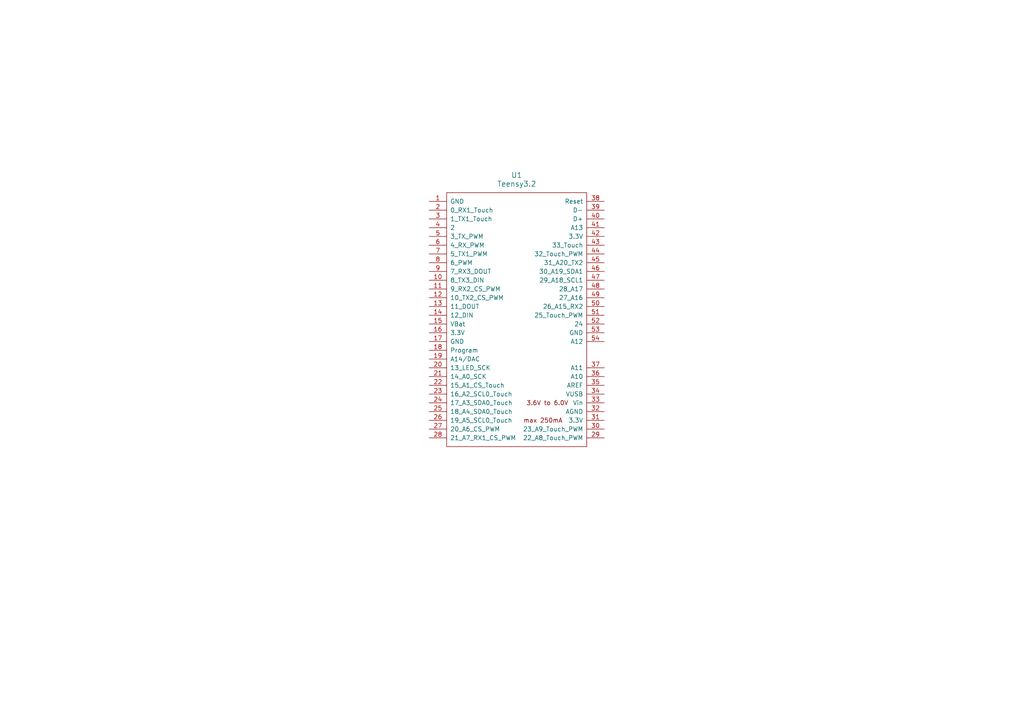
<source format=kicad_sch>
(kicad_sch (version 20250114) (generator "eeschema") (generator_version "9.0")
  (paper "A4")
  (lib_symbols
    (symbol "teensy:Teensy3.2" (pin_names (offset 1.016))
      (property "Reference" "U" (at 0 39.37 0))
      (property "Value" "Teensy3.2" (at 0 -39.37 0))
      (symbol "Teensy3.2_0_0"
        (text "max 250mA" (at 7.62 -29.21 0) (effects (font (size 1.27 1.27))))
        (text "3.6V to 6.0V" (at 8.89 -24.13 0) (effects (font (size 1.27 1.27))))
      )
      (symbol "Teensy3.2_0_1"
        (rectangle (start -20.32 -36.83) (end 20.32 36.83))
      )
      (symbol "Teensy3.2_1_1"
        (pin power_in line (at -25.4 34.29 0) (length 5.08) (name "GND") (number "1"))
        (pin bidirectional line (at -25.4 31.75 0) (length 5.08) (name "0_RX1_Touch") (number "2"))
        (pin bidirectional line (at -25.4 29.21 0) (length 5.08) (name "1_TX1_Touch") (number "3"))
        (pin bidirectional line (at -25.4 26.67 0) (length 5.08) (name "2") (number "4"))
        (pin bidirectional line (at -25.4 24.13 0) (length 5.08) (name "3_TX_PWM") (number "5"))
        (pin bidirectional line (at -25.4 21.59 0) (length 5.08) (name "4_RX_PWM") (number "6"))
        (pin bidirectional line (at -25.4 19.05 0) (length 5.08) (name "5_TX1_PWM") (number "7"))
        (pin bidirectional line (at -25.4 16.51 0) (length 5.08) (name "6_PWM") (number "8"))
        (pin bidirectional line (at -25.4 13.97 0) (length 5.08) (name "7_RX3_DOUT") (number "9"))
        (pin bidirectional line (at -25.4 11.43 0) (length 5.08) (name "8_TX3_DIN") (number "10"))
        (pin bidirectional line (at -25.4 8.89 0) (length 5.08) (name "9_RX2_CS_PWM") (number "11"))
        (pin bidirectional line (at -25.4 6.35 0) (length 5.08) (name "10_TX2_CS_PWM") (number "12"))
        (pin bidirectional line (at -25.4 3.81 0) (length 5.08) (name "11_DOUT") (number "13"))
        (pin bidirectional line (at -25.4 1.27 0) (length 5.08) (name "12_DIN") (number "14"))
        (pin power_in line (at -25.4 -1.27 0) (length 5.08) (name "VBat") (number "15"))
        (pin power_out line (at -25.4 -3.81 0) (length 5.08) (name "3.3V") (number "16"))
        (pin power_in line (at -25.4 -6.35 0) (length 5.08) (name "GND") (number "17"))
        (pin input line (at -25.4 -8.89 0) (length 5.08) (name "Program") (number "18"))
        (pin bidirectional line (at -25.4 -11.43 0) (length 5.08) (name "A14/DAC") (number "19"))
        (pin bidirectional line (at -25.4 -13.97 0) (length 5.08) (name "13_LED_SCK") (number "20"))
        (pin bidirectional line (at -25.4 -16.51 0) (length 5.08) (name "14_A0_SCK") (number "21"))
        (pin bidirectional line (at -25.4 -19.05 0) (length 5.08) (name "15_A1_CS_Touch") (number "22"))
        (pin bidirectional line (at -25.4 -21.59 0) (length 5.08) (name "16_A2_SCL0_Touch") (number "23"))
        (pin bidirectional line (at -25.4 -24.13 0) (length 5.08) (name "17_A3_SDA0_Touch") (number "24"))
        (pin bidirectional line (at -25.4 -26.67 0) (length 5.08) (name "18_A4_SDA0_Touch") (number "25"))
        (pin bidirectional line (at -25.4 -29.21 0) (length 5.08) (name "19_A5_SCL0_Touch") (number "26"))
        (pin bidirectional line (at -25.4 -31.75 0) (length 5.08) (name "20_A6_CS_PWM") (number "27"))
        (pin bidirectional line (at -25.4 -34.29 0) (length 5.08) (name "21_A7_RX1_CS_PWM") (number "28"))
        (pin input line (at 25.4 34.29 180) (length 5.08) (name "Reset") (number "38"))
        (pin bidirectional line (at 25.4 31.75 180) (length 5.08) (name "D-") (number "39"))
        (pin bidirectional line (at 25.4 29.21 180) (length 5.08) (name "D+") (number "40"))
        (pin bidirectional line (at 25.4 26.67 180) (length 5.08) (name "A13") (number "41"))
        (pin power_out line (at 25.4 24.13 180) (length 5.08) (name "3.3V") (number "42"))
        (pin bidirectional line (at 25.4 21.59 180) (length 5.08) (name "33_Touch") (number "43"))
        (pin bidirectional line (at 25.4 19.05 180) (length 5.08) (name "32_Touch_PWM") (number "44"))
        (pin bidirectional line (at 25.4 16.51 180) (length 5.08) (name "31_A20_TX2") (number "45"))
        (pin bidirectional line (at 25.4 13.97 180) (length 5.08) (name "30_A19_SDA1") (number "46"))
        (pin bidirectional line (at 25.4 11.43 180) (length 5.08) (name "29_A18_SCL1") (number "47"))
        (pin bidirectional line (at 25.4 8.89 180) (length 5.08) (name "28_A17") (number "48"))
        (pin bidirectional line (at 25.4 6.35 180) (length 5.08) (name "27_A16") (number "49"))
        (pin bidirectional line (at 25.4 3.81 180) (length 5.08) (name "26_A15_RX2") (number "50"))
        (pin bidirectional line (at 25.4 1.27 180) (length 5.08) (name "25_Touch_PWM") (number "51"))
        (pin bidirectional line (at 25.4 -1.27 180) (length 5.08) (name "24") (number "52"))
        (pin power_in line (at 25.4 -3.81 180) (length 5.08) (name "GND") (number "53"))
        (pin bidirectional line (at 25.4 -6.35 180) (length 5.08) (name "A12") (number "54"))
        (pin bidirectional line (at 25.4 -13.97 180) (length 5.08) (name "A11") (number "37"))
        (pin bidirectional line (at 25.4 -16.51 180) (length 5.08) (name "A10") (number "36"))
        (pin input line (at 25.4 -19.05 180) (length 5.08) (name "AREF") (number "35"))
        (pin power_in line (at 25.4 -21.59 180) (length 5.08) (name "VUSB") (number "34"))
        (pin power_in line (at 25.4 -24.13 180) (length 5.08) (name "Vin") (number "33"))
        (pin power_out line (at 25.4 -26.67 180) (length 5.08) (name "AGND") (number "32"))
        (pin power_out line (at 25.4 -29.21 180) (length 5.08) (name "3.3V") (number "31"))
        (pin bidirectional line (at 25.4 -31.75 180) (length 5.08) (name "23_A9_Touch_PWM") (number "30"))
        (pin bidirectional line (at 25.4 -34.29 180) (length 5.08) (name "22_A8_Touch_PWM") (number "29"))
      )
    )
  )
  (symbol (lib_id "teensy:Teensy3.2") (at 149.86 92.71 0) (unit 1)
    (property "Reference" "U1" (at 149.86 50.8 0) (effects (font (size 1.524 1.524))))
    (property "Value" "Teensy3.2" (at 149.86 53.34 0) (effects (font (size 1.524 1.524))))
  )
)
</source>
